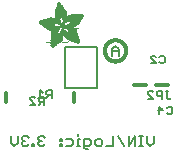
<source format=gbr>
G04 EAGLE Gerber RS-274X export*
G75*
%MOMM*%
%FSLAX34Y34*%
%LPD*%
%INSilkscreen Bottom*%
%IPPOS*%
%AMOC8*
5,1,8,0,0,1.08239X$1,22.5*%
G01*
%ADD10C,0.152400*%
%ADD11C,0.304800*%
%ADD12R,0.050800X0.006300*%
%ADD13R,0.082600X0.006400*%
%ADD14R,0.120600X0.006300*%
%ADD15R,0.139700X0.006400*%
%ADD16R,0.158800X0.006300*%
%ADD17R,0.177800X0.006400*%
%ADD18R,0.196800X0.006300*%
%ADD19R,0.215900X0.006400*%
%ADD20R,0.228600X0.006300*%
%ADD21R,0.241300X0.006400*%
%ADD22R,0.254000X0.006300*%
%ADD23R,0.266700X0.006400*%
%ADD24R,0.279400X0.006300*%
%ADD25R,0.285700X0.006400*%
%ADD26R,0.298400X0.006300*%
%ADD27R,0.311200X0.006400*%
%ADD28R,0.317500X0.006300*%
%ADD29R,0.330200X0.006400*%
%ADD30R,0.336600X0.006300*%
%ADD31R,0.349200X0.006400*%
%ADD32R,0.361900X0.006300*%
%ADD33R,0.368300X0.006400*%
%ADD34R,0.381000X0.006300*%
%ADD35R,0.387300X0.006400*%
%ADD36R,0.393700X0.006300*%
%ADD37R,0.406400X0.006400*%
%ADD38R,0.412700X0.006300*%
%ADD39R,0.419100X0.006400*%
%ADD40R,0.431800X0.006300*%
%ADD41R,0.438100X0.006400*%
%ADD42R,0.450800X0.006300*%
%ADD43R,0.457200X0.006400*%
%ADD44R,0.463500X0.006300*%
%ADD45R,0.476200X0.006400*%
%ADD46R,0.482600X0.006300*%
%ADD47R,0.488900X0.006400*%
%ADD48R,0.501600X0.006300*%
%ADD49R,0.508000X0.006400*%
%ADD50R,0.514300X0.006300*%
%ADD51R,0.527000X0.006400*%
%ADD52R,0.533400X0.006300*%
%ADD53R,0.546100X0.006400*%
%ADD54R,0.552400X0.006300*%
%ADD55R,0.558800X0.006400*%
%ADD56R,0.571500X0.006300*%
%ADD57R,0.577800X0.006400*%
%ADD58R,0.584200X0.006300*%
%ADD59R,0.596900X0.006400*%
%ADD60R,0.603200X0.006300*%
%ADD61R,0.609600X0.006400*%
%ADD62R,0.622300X0.006300*%
%ADD63R,0.628600X0.006400*%
%ADD64R,0.641300X0.006300*%
%ADD65R,0.647700X0.006400*%
%ADD66R,0.063500X0.006300*%
%ADD67R,0.654000X0.006300*%
%ADD68R,0.101600X0.006400*%
%ADD69R,0.666700X0.006400*%
%ADD70R,0.139700X0.006300*%
%ADD71R,0.673100X0.006300*%
%ADD72R,0.165100X0.006400*%
%ADD73R,0.679400X0.006400*%
%ADD74R,0.196900X0.006300*%
%ADD75R,0.692100X0.006300*%
%ADD76R,0.222200X0.006400*%
%ADD77R,0.698500X0.006400*%
%ADD78R,0.247700X0.006300*%
%ADD79R,0.704800X0.006300*%
%ADD80R,0.279400X0.006400*%
%ADD81R,0.717500X0.006400*%
%ADD82R,0.298500X0.006300*%
%ADD83R,0.723900X0.006300*%
%ADD84R,0.736600X0.006400*%
%ADD85R,0.342900X0.006300*%
%ADD86R,0.742900X0.006300*%
%ADD87R,0.374700X0.006400*%
%ADD88R,0.749300X0.006400*%
%ADD89R,0.762000X0.006300*%
%ADD90R,0.412700X0.006400*%
%ADD91R,0.768300X0.006400*%
%ADD92R,0.438100X0.006300*%
%ADD93R,0.774700X0.006300*%
%ADD94R,0.463600X0.006400*%
%ADD95R,0.787400X0.006400*%
%ADD96R,0.793700X0.006300*%
%ADD97R,0.495300X0.006400*%
%ADD98R,0.800100X0.006400*%
%ADD99R,0.520700X0.006300*%
%ADD100R,0.812800X0.006300*%
%ADD101R,0.533400X0.006400*%
%ADD102R,0.819100X0.006400*%
%ADD103R,0.558800X0.006300*%
%ADD104R,0.825500X0.006300*%
%ADD105R,0.577900X0.006400*%
%ADD106R,0.831800X0.006400*%
%ADD107R,0.596900X0.006300*%
%ADD108R,0.844500X0.006300*%
%ADD109R,0.616000X0.006400*%
%ADD110R,0.850900X0.006400*%
%ADD111R,0.635000X0.006300*%
%ADD112R,0.857200X0.006300*%
%ADD113R,0.654100X0.006400*%
%ADD114R,0.863600X0.006400*%
%ADD115R,0.666700X0.006300*%
%ADD116R,0.869900X0.006300*%
%ADD117R,0.685800X0.006400*%
%ADD118R,0.876300X0.006400*%
%ADD119R,0.882600X0.006300*%
%ADD120R,0.723900X0.006400*%
%ADD121R,0.889000X0.006400*%
%ADD122R,0.895300X0.006300*%
%ADD123R,0.755700X0.006400*%
%ADD124R,0.901700X0.006400*%
%ADD125R,0.908000X0.006300*%
%ADD126R,0.793800X0.006400*%
%ADD127R,0.914400X0.006400*%
%ADD128R,0.806400X0.006300*%
%ADD129R,0.920700X0.006300*%
%ADD130R,0.825500X0.006400*%
%ADD131R,0.927100X0.006400*%
%ADD132R,0.933400X0.006300*%
%ADD133R,0.857300X0.006400*%
%ADD134R,0.939800X0.006400*%
%ADD135R,0.870000X0.006300*%
%ADD136R,0.939800X0.006300*%
%ADD137R,0.946100X0.006400*%
%ADD138R,0.952500X0.006300*%
%ADD139R,0.908000X0.006400*%
%ADD140R,0.958800X0.006400*%
%ADD141R,0.965200X0.006300*%
%ADD142R,0.965200X0.006400*%
%ADD143R,0.971500X0.006300*%
%ADD144R,0.952500X0.006400*%
%ADD145R,0.977900X0.006400*%
%ADD146R,0.958800X0.006300*%
%ADD147R,0.984200X0.006300*%
%ADD148R,0.971500X0.006400*%
%ADD149R,0.984200X0.006400*%
%ADD150R,0.990600X0.006300*%
%ADD151R,0.984300X0.006400*%
%ADD152R,0.996900X0.006400*%
%ADD153R,0.997000X0.006300*%
%ADD154R,0.996900X0.006300*%
%ADD155R,1.003300X0.006400*%
%ADD156R,1.016000X0.006300*%
%ADD157R,1.009600X0.006300*%
%ADD158R,1.016000X0.006400*%
%ADD159R,1.009600X0.006400*%
%ADD160R,1.022300X0.006300*%
%ADD161R,1.028700X0.006400*%
%ADD162R,1.035100X0.006300*%
%ADD163R,1.047800X0.006400*%
%ADD164R,1.054100X0.006300*%
%ADD165R,1.028700X0.006300*%
%ADD166R,1.054100X0.006400*%
%ADD167R,1.035000X0.006400*%
%ADD168R,1.060400X0.006300*%
%ADD169R,1.035000X0.006300*%
%ADD170R,1.060500X0.006400*%
%ADD171R,1.041400X0.006400*%
%ADD172R,1.066800X0.006300*%
%ADD173R,1.041400X0.006300*%
%ADD174R,1.079500X0.006400*%
%ADD175R,1.047700X0.006400*%
%ADD176R,1.085900X0.006300*%
%ADD177R,1.047700X0.006300*%
%ADD178R,1.085800X0.006400*%
%ADD179R,1.092200X0.006300*%
%ADD180R,1.085900X0.006400*%
%ADD181R,1.098600X0.006300*%
%ADD182R,1.098600X0.006400*%
%ADD183R,1.060400X0.006400*%
%ADD184R,1.104900X0.006300*%
%ADD185R,1.104900X0.006400*%
%ADD186R,1.066800X0.006400*%
%ADD187R,1.111200X0.006300*%
%ADD188R,1.117600X0.006400*%
%ADD189R,1.117600X0.006300*%
%ADD190R,1.073100X0.006300*%
%ADD191R,1.073100X0.006400*%
%ADD192R,1.124000X0.006300*%
%ADD193R,1.079500X0.006300*%
%ADD194R,1.123900X0.006400*%
%ADD195R,1.130300X0.006300*%
%ADD196R,1.130300X0.006400*%
%ADD197R,1.136700X0.006400*%
%ADD198R,1.136700X0.006300*%
%ADD199R,1.085800X0.006300*%
%ADD200R,1.136600X0.006400*%
%ADD201R,1.136600X0.006300*%
%ADD202R,1.143000X0.006400*%
%ADD203R,1.143000X0.006300*%
%ADD204R,1.149400X0.006300*%
%ADD205R,1.149300X0.006300*%
%ADD206R,1.149300X0.006400*%
%ADD207R,1.149400X0.006400*%
%ADD208R,1.155700X0.006400*%
%ADD209R,1.155700X0.006300*%
%ADD210R,1.060500X0.006300*%
%ADD211R,2.197100X0.006400*%
%ADD212R,2.197100X0.006300*%
%ADD213R,2.184400X0.006300*%
%ADD214R,2.184400X0.006400*%
%ADD215R,2.171700X0.006400*%
%ADD216R,2.171700X0.006300*%
%ADD217R,1.530300X0.006400*%
%ADD218R,1.505000X0.006300*%
%ADD219R,1.492300X0.006400*%
%ADD220R,1.485900X0.006300*%
%ADD221R,0.565200X0.006300*%
%ADD222R,1.473200X0.006400*%
%ADD223R,0.565200X0.006400*%
%ADD224R,1.460500X0.006300*%
%ADD225R,1.454100X0.006400*%
%ADD226R,0.552400X0.006400*%
%ADD227R,1.441500X0.006300*%
%ADD228R,0.546100X0.006300*%
%ADD229R,1.435100X0.006400*%
%ADD230R,0.539800X0.006400*%
%ADD231R,1.428800X0.006300*%
%ADD232R,1.422400X0.006400*%
%ADD233R,1.409700X0.006300*%
%ADD234R,0.527100X0.006300*%
%ADD235R,1.403300X0.006400*%
%ADD236R,0.527100X0.006400*%
%ADD237R,1.390700X0.006300*%
%ADD238R,1.384300X0.006400*%
%ADD239R,0.520700X0.006400*%
%ADD240R,1.384300X0.006300*%
%ADD241R,0.514400X0.006300*%
%ADD242R,1.371600X0.006400*%
%ADD243R,1.365200X0.006300*%
%ADD244R,0.508000X0.006300*%
%ADD245R,1.352600X0.006400*%
%ADD246R,0.501700X0.006400*%
%ADD247R,0.711200X0.006300*%
%ADD248R,0.603300X0.006300*%
%ADD249R,0.501700X0.006300*%
%ADD250R,0.692100X0.006400*%
%ADD251R,0.571500X0.006400*%
%ADD252R,0.679400X0.006300*%
%ADD253R,0.495300X0.006300*%
%ADD254R,0.673100X0.006400*%
%ADD255R,0.666800X0.006300*%
%ADD256R,0.488900X0.006300*%
%ADD257R,0.660400X0.006400*%
%ADD258R,0.482600X0.006400*%
%ADD259R,0.476200X0.006300*%
%ADD260R,0.654000X0.006400*%
%ADD261R,0.469900X0.006400*%
%ADD262R,0.476300X0.006400*%
%ADD263R,0.647700X0.006300*%
%ADD264R,0.457200X0.006300*%
%ADD265R,0.469900X0.006300*%
%ADD266R,0.641300X0.006400*%
%ADD267R,0.444500X0.006400*%
%ADD268R,0.463600X0.006300*%
%ADD269R,0.635000X0.006400*%
%ADD270R,0.463500X0.006400*%
%ADD271R,0.393700X0.006400*%
%ADD272R,0.450800X0.006400*%
%ADD273R,0.628600X0.006300*%
%ADD274R,0.387400X0.006300*%
%ADD275R,0.450900X0.006300*%
%ADD276R,0.628700X0.006400*%
%ADD277R,0.374600X0.006400*%
%ADD278R,0.368300X0.006300*%
%ADD279R,0.438200X0.006300*%
%ADD280R,0.622300X0.006400*%
%ADD281R,0.355600X0.006400*%
%ADD282R,0.431800X0.006400*%
%ADD283R,0.349300X0.006300*%
%ADD284R,0.425400X0.006300*%
%ADD285R,0.615900X0.006300*%
%ADD286R,0.330200X0.006300*%
%ADD287R,0.419100X0.006300*%
%ADD288R,0.616000X0.006300*%
%ADD289R,0.311200X0.006300*%
%ADD290R,0.406400X0.006300*%
%ADD291R,0.615900X0.006400*%
%ADD292R,0.304800X0.006400*%
%ADD293R,0.158800X0.006400*%
%ADD294R,0.609600X0.006300*%
%ADD295R,0.292100X0.006300*%
%ADD296R,0.235000X0.006300*%
%ADD297R,0.387400X0.006400*%
%ADD298R,0.292100X0.006400*%
%ADD299R,0.336500X0.006300*%
%ADD300R,0.260400X0.006300*%
%ADD301R,0.603300X0.006400*%
%ADD302R,0.260400X0.006400*%
%ADD303R,0.362000X0.006400*%
%ADD304R,0.450900X0.006400*%
%ADD305R,0.355600X0.006300*%
%ADD306R,0.342900X0.006400*%
%ADD307R,0.514300X0.006400*%
%ADD308R,0.234900X0.006300*%
%ADD309R,0.539700X0.006300*%
%ADD310R,0.603200X0.006400*%
%ADD311R,0.234900X0.006400*%
%ADD312R,0.920700X0.006400*%
%ADD313R,0.958900X0.006400*%
%ADD314R,0.215900X0.006300*%
%ADD315R,0.209600X0.006400*%
%ADD316R,0.203200X0.006300*%
%ADD317R,1.003300X0.006300*%
%ADD318R,0.203200X0.006400*%
%ADD319R,0.196900X0.006400*%
%ADD320R,0.190500X0.006300*%
%ADD321R,0.190500X0.006400*%
%ADD322R,0.184200X0.006300*%
%ADD323R,0.590500X0.006400*%
%ADD324R,0.184200X0.006400*%
%ADD325R,0.590500X0.006300*%
%ADD326R,0.177800X0.006300*%
%ADD327R,0.584200X0.006400*%
%ADD328R,1.168400X0.006400*%
%ADD329R,0.171500X0.006300*%
%ADD330R,1.187500X0.006300*%
%ADD331R,1.200100X0.006400*%
%ADD332R,0.577800X0.006300*%
%ADD333R,1.212900X0.006300*%
%ADD334R,1.231900X0.006400*%
%ADD335R,1.250900X0.006300*%
%ADD336R,0.565100X0.006400*%
%ADD337R,0.184100X0.006400*%
%ADD338R,1.263700X0.006400*%
%ADD339R,0.565100X0.006300*%
%ADD340R,1.289100X0.006300*%
%ADD341R,1.314400X0.006400*%
%ADD342R,0.552500X0.006300*%
%ADD343R,1.568500X0.006300*%
%ADD344R,0.552500X0.006400*%
%ADD345R,1.581200X0.006400*%
%ADD346R,1.593800X0.006300*%
%ADD347R,1.606500X0.006400*%
%ADD348R,1.619300X0.006300*%
%ADD349R,0.514400X0.006400*%
%ADD350R,1.638300X0.006400*%
%ADD351R,1.657300X0.006300*%
%ADD352R,2.209800X0.006400*%
%ADD353R,2.425700X0.006300*%
%ADD354R,2.470100X0.006400*%
%ADD355R,2.501900X0.006300*%
%ADD356R,2.533700X0.006400*%
%ADD357R,2.559000X0.006300*%
%ADD358R,2.584500X0.006400*%
%ADD359R,2.609900X0.006300*%
%ADD360R,2.628900X0.006400*%
%ADD361R,2.660600X0.006300*%
%ADD362R,2.673400X0.006400*%
%ADD363R,1.422400X0.006300*%
%ADD364R,1.200200X0.006300*%
%ADD365R,1.365300X0.006300*%
%ADD366R,1.365300X0.006400*%
%ADD367R,1.352500X0.006300*%
%ADD368R,1.098500X0.006300*%
%ADD369R,1.358900X0.006400*%
%ADD370R,1.352600X0.006300*%
%ADD371R,1.358900X0.006300*%
%ADD372R,1.371600X0.006300*%
%ADD373R,1.377900X0.006400*%
%ADD374R,1.397000X0.006400*%
%ADD375R,1.403300X0.006300*%
%ADD376R,0.914400X0.006300*%
%ADD377R,0.876300X0.006300*%
%ADD378R,0.374600X0.006300*%
%ADD379R,1.073200X0.006400*%
%ADD380R,0.374700X0.006300*%
%ADD381R,0.844600X0.006400*%
%ADD382R,0.844600X0.006300*%
%ADD383R,0.831900X0.006400*%
%ADD384R,1.092200X0.006400*%
%ADD385R,0.400000X0.006300*%
%ADD386R,0.819200X0.006400*%
%ADD387R,1.111300X0.006400*%
%ADD388R,0.812800X0.006400*%
%ADD389R,0.800100X0.006300*%
%ADD390R,0.476300X0.006300*%
%ADD391R,1.181100X0.006300*%
%ADD392R,0.501600X0.006400*%
%ADD393R,1.193800X0.006400*%
%ADD394R,0.781000X0.006400*%
%ADD395R,1.238200X0.006400*%
%ADD396R,0.781100X0.006300*%
%ADD397R,1.257300X0.006300*%
%ADD398R,1.295400X0.006400*%
%ADD399R,1.333500X0.006300*%
%ADD400R,0.774700X0.006400*%
%ADD401R,1.866900X0.006400*%
%ADD402R,0.209600X0.006300*%
%ADD403R,1.866900X0.006300*%
%ADD404R,0.768400X0.006400*%
%ADD405R,0.209500X0.006400*%
%ADD406R,1.860600X0.006400*%
%ADD407R,0.762000X0.006400*%
%ADD408R,0.768400X0.006300*%
%ADD409R,1.860600X0.006300*%
%ADD410R,1.860500X0.006400*%
%ADD411R,0.222300X0.006300*%
%ADD412R,1.854200X0.006300*%
%ADD413R,0.235000X0.006400*%
%ADD414R,1.854200X0.006400*%
%ADD415R,0.768300X0.006300*%
%ADD416R,0.260300X0.006400*%
%ADD417R,1.847800X0.006400*%
%ADD418R,0.266700X0.006300*%
%ADD419R,1.847800X0.006300*%
%ADD420R,0.273100X0.006400*%
%ADD421R,1.841500X0.006400*%
%ADD422R,0.285800X0.006300*%
%ADD423R,1.841500X0.006300*%
%ADD424R,0.298500X0.006400*%
%ADD425R,1.835100X0.006400*%
%ADD426R,0.781000X0.006300*%
%ADD427R,0.304800X0.006300*%
%ADD428R,1.835100X0.006300*%
%ADD429R,0.317500X0.006400*%
%ADD430R,1.828800X0.006400*%
%ADD431R,0.787400X0.006300*%
%ADD432R,0.323800X0.006300*%
%ADD433R,1.828800X0.006300*%
%ADD434R,0.793700X0.006400*%
%ADD435R,1.822400X0.006400*%
%ADD436R,0.806500X0.006300*%
%ADD437R,1.822400X0.006300*%
%ADD438R,1.816100X0.006400*%
%ADD439R,0.819100X0.006300*%
%ADD440R,0.387300X0.006300*%
%ADD441R,1.816100X0.006300*%
%ADD442R,1.809800X0.006400*%
%ADD443R,1.803400X0.006300*%
%ADD444R,1.797000X0.006400*%
%ADD445R,0.901700X0.006300*%
%ADD446R,1.797000X0.006300*%
%ADD447R,1.441400X0.006400*%
%ADD448R,1.790700X0.006400*%
%ADD449R,1.447800X0.006300*%
%ADD450R,1.784300X0.006300*%
%ADD451R,1.447800X0.006400*%
%ADD452R,1.784300X0.006400*%
%ADD453R,1.454100X0.006300*%
%ADD454R,1.771700X0.006300*%
%ADD455R,1.460500X0.006400*%
%ADD456R,1.759000X0.006400*%
%ADD457R,1.466800X0.006300*%
%ADD458R,1.752600X0.006300*%
%ADD459R,1.466800X0.006400*%
%ADD460R,1.739900X0.006400*%
%ADD461R,1.473200X0.006300*%
%ADD462R,1.727200X0.006300*%
%ADD463R,1.479500X0.006400*%
%ADD464R,1.714500X0.006400*%
%ADD465R,1.695400X0.006300*%
%ADD466R,1.485900X0.006400*%
%ADD467R,1.682700X0.006400*%
%ADD468R,1.492200X0.006300*%
%ADD469R,1.663700X0.006300*%
%ADD470R,1.498600X0.006400*%
%ADD471R,1.644600X0.006400*%
%ADD472R,1.498600X0.006300*%
%ADD473R,1.619200X0.006300*%
%ADD474R,1.511300X0.006400*%
%ADD475R,1.600200X0.006400*%
%ADD476R,1.517700X0.006300*%
%ADD477R,1.574800X0.006300*%
%ADD478R,1.524000X0.006400*%
%ADD479R,1.555800X0.006400*%
%ADD480R,1.524000X0.006300*%
%ADD481R,1.536700X0.006300*%
%ADD482R,1.530400X0.006400*%
%ADD483R,1.517700X0.006400*%
%ADD484R,1.492300X0.006300*%
%ADD485R,1.549400X0.006400*%
%ADD486R,1.479600X0.006400*%
%ADD487R,1.549400X0.006300*%
%ADD488R,1.555700X0.006400*%
%ADD489R,1.562100X0.006300*%
%ADD490R,0.323900X0.006300*%
%ADD491R,1.568400X0.006400*%
%ADD492R,0.336600X0.006400*%
%ADD493R,1.587500X0.006300*%
%ADD494R,0.971600X0.006300*%
%ADD495R,0.349300X0.006400*%
%ADD496R,1.600200X0.006300*%
%ADD497R,0.920800X0.006300*%
%ADD498R,0.882700X0.006400*%
%ADD499R,1.612900X0.006300*%
%ADD500R,0.362000X0.006300*%
%ADD501R,1.625600X0.006400*%
%ADD502R,1.625600X0.006300*%
%ADD503R,1.644600X0.006300*%
%ADD504R,0.736600X0.006300*%
%ADD505R,0.717600X0.006400*%
%ADD506R,1.657400X0.006300*%
%ADD507R,0.679500X0.006300*%
%ADD508R,1.663700X0.006400*%
%ADD509R,0.400000X0.006400*%
%ADD510R,1.676400X0.006300*%
%ADD511R,1.676400X0.006400*%
%ADD512R,0.425500X0.006400*%
%ADD513R,1.352500X0.006400*%
%ADD514R,0.444500X0.006300*%
%ADD515R,0.361900X0.006400*%
%ADD516R,0.088900X0.006300*%
%ADD517R,1.009700X0.006300*%
%ADD518R,1.009700X0.006400*%
%ADD519R,1.022300X0.006400*%
%ADD520R,1.346200X0.006400*%
%ADD521R,1.346200X0.006300*%
%ADD522R,1.339900X0.006400*%
%ADD523R,1.035100X0.006400*%
%ADD524R,1.339800X0.006300*%
%ADD525R,1.333500X0.006400*%
%ADD526R,1.327200X0.006400*%
%ADD527R,1.320800X0.006300*%
%ADD528R,1.314500X0.006400*%
%ADD529R,1.314400X0.006300*%
%ADD530R,1.301700X0.006400*%
%ADD531R,1.295400X0.006300*%
%ADD532R,1.289000X0.006400*%
%ADD533R,1.276300X0.006300*%
%ADD534R,1.251000X0.006300*%
%ADD535R,1.244600X0.006400*%
%ADD536R,1.231900X0.006300*%
%ADD537R,1.212800X0.006400*%
%ADD538R,1.200100X0.006300*%
%ADD539R,1.187400X0.006400*%
%ADD540R,1.168400X0.006300*%
%ADD541R,1.047800X0.006300*%
%ADD542R,0.977900X0.006300*%
%ADD543R,0.946200X0.006400*%
%ADD544R,0.933400X0.006400*%
%ADD545R,0.895300X0.006400*%
%ADD546R,0.882700X0.006300*%
%ADD547R,0.863600X0.006300*%
%ADD548R,0.857200X0.006400*%
%ADD549R,0.850900X0.006300*%
%ADD550R,0.838200X0.006300*%
%ADD551R,0.806500X0.006400*%
%ADD552R,0.717600X0.006300*%
%ADD553R,0.711200X0.006400*%
%ADD554R,0.641400X0.006400*%
%ADD555R,0.641400X0.006300*%
%ADD556R,0.628700X0.006300*%
%ADD557R,0.590600X0.006300*%
%ADD558R,0.539700X0.006400*%
%ADD559R,0.285700X0.006300*%
%ADD560R,0.222200X0.006300*%
%ADD561R,0.171400X0.006300*%
%ADD562R,0.152400X0.006400*%
%ADD563R,0.133400X0.006300*%
%ADD564C,0.203200*%
%ADD565C,0.127000*%
%ADD566C,0.101600*%


D10*
X154316Y13215D02*
X154316Y7453D01*
X151435Y4572D01*
X148554Y7453D01*
X148554Y13215D01*
X144961Y4572D02*
X142080Y4572D01*
X143520Y4572D02*
X143520Y13215D01*
X142080Y13215D02*
X144961Y13215D01*
X138724Y13215D02*
X138724Y4572D01*
X132962Y4572D02*
X138724Y13215D01*
X132962Y13215D02*
X132962Y4572D01*
X129369Y4572D02*
X123607Y13215D01*
X120014Y13215D02*
X120014Y4572D01*
X114251Y4572D01*
X109218Y4572D02*
X106337Y4572D01*
X104896Y6013D01*
X104896Y8894D01*
X106337Y10334D01*
X109218Y10334D01*
X110658Y8894D01*
X110658Y6013D01*
X109218Y4572D01*
X98422Y1691D02*
X96982Y1691D01*
X95541Y3131D01*
X95541Y10334D01*
X99863Y10334D01*
X101303Y8894D01*
X101303Y6013D01*
X99863Y4572D01*
X95541Y4572D01*
X91948Y10334D02*
X90508Y10334D01*
X90508Y4572D01*
X91948Y4572D02*
X89067Y4572D01*
X90508Y13215D02*
X90508Y14656D01*
X84271Y10334D02*
X79949Y10334D01*
X84271Y10334D02*
X85711Y8894D01*
X85711Y6013D01*
X84271Y4572D01*
X79949Y4572D01*
X76356Y10334D02*
X74916Y10334D01*
X74916Y8894D01*
X76356Y8894D01*
X76356Y10334D01*
X76356Y6013D02*
X74916Y6013D01*
X74916Y4572D01*
X76356Y4572D01*
X76356Y6013D01*
X62323Y11775D02*
X60883Y13215D01*
X58002Y13215D01*
X56561Y11775D01*
X56561Y10334D01*
X58002Y8894D01*
X59442Y8894D01*
X58002Y8894D02*
X56561Y7453D01*
X56561Y6013D01*
X58002Y4572D01*
X60883Y4572D01*
X62323Y6013D01*
X52968Y6013D02*
X52968Y4572D01*
X52968Y6013D02*
X51528Y6013D01*
X51528Y4572D01*
X52968Y4572D01*
X48291Y11775D02*
X46850Y13215D01*
X43969Y13215D01*
X42528Y11775D01*
X42528Y10334D01*
X43969Y8894D01*
X45409Y8894D01*
X43969Y8894D02*
X42528Y7453D01*
X42528Y6013D01*
X43969Y4572D01*
X46850Y4572D01*
X48291Y6013D01*
X38935Y7453D02*
X38935Y13215D01*
X38935Y7453D02*
X36054Y4572D01*
X33173Y7453D01*
X33173Y13215D01*
D11*
X137160Y55880D02*
X147320Y55880D01*
D10*
X159025Y80057D02*
X160127Y81159D01*
X162330Y81159D01*
X163431Y80057D01*
X163431Y75651D01*
X162330Y74549D01*
X160127Y74549D01*
X159025Y75651D01*
X155947Y74549D02*
X151541Y74549D01*
X155947Y74549D02*
X151541Y78955D01*
X151541Y80057D01*
X152642Y81159D01*
X154846Y81159D01*
X155947Y80057D01*
D11*
X156210Y55880D02*
X166370Y55880D01*
D10*
X166477Y37979D02*
X165375Y36877D01*
X166477Y37979D02*
X168680Y37979D01*
X169781Y36877D01*
X169781Y32471D01*
X168680Y31369D01*
X166477Y31369D01*
X165375Y32471D01*
X158992Y31369D02*
X158992Y37979D01*
X162297Y34674D01*
X157891Y34674D01*
D12*
X68612Y87821D03*
D13*
X68580Y87884D03*
D14*
X68580Y87948D03*
D15*
X68612Y88011D03*
D16*
X68580Y88075D03*
D17*
X68612Y88138D03*
D18*
X68580Y88202D03*
D19*
X68612Y88265D03*
D20*
X68612Y88329D03*
D21*
X68676Y88392D03*
D22*
X68675Y88456D03*
D23*
X68739Y88519D03*
D24*
X68739Y88583D03*
D25*
X68771Y88646D03*
D26*
X68834Y88710D03*
D27*
X68834Y88773D03*
D28*
X68866Y88837D03*
D29*
X68929Y88900D03*
D30*
X68961Y88964D03*
D31*
X68961Y89027D03*
D32*
X69025Y89091D03*
D33*
X69057Y89154D03*
D34*
X69120Y89218D03*
D35*
X69152Y89281D03*
D36*
X69184Y89345D03*
D37*
X69247Y89408D03*
D38*
X69279Y89472D03*
D39*
X69311Y89535D03*
D40*
X69374Y89599D03*
D41*
X69406Y89662D03*
D42*
X69469Y89726D03*
D43*
X69501Y89789D03*
D44*
X69533Y89853D03*
D45*
X69596Y89916D03*
D46*
X69628Y89980D03*
D47*
X69660Y90043D03*
D48*
X69723Y90107D03*
D49*
X69755Y90170D03*
D50*
X69787Y90234D03*
D51*
X69850Y90297D03*
D52*
X69882Y90361D03*
D53*
X69946Y90424D03*
D54*
X69977Y90488D03*
D55*
X70009Y90551D03*
D56*
X70073Y90615D03*
D57*
X70104Y90678D03*
D58*
X70136Y90742D03*
D59*
X70200Y90805D03*
D60*
X70231Y90869D03*
D61*
X70263Y90932D03*
D62*
X70327Y90996D03*
D63*
X70358Y91059D03*
D64*
X70422Y91123D03*
D65*
X70454Y91186D03*
D66*
X90266Y91250D03*
D67*
X70485Y91250D03*
D68*
X90265Y91313D03*
D69*
X70549Y91313D03*
D70*
X90202Y91377D03*
D71*
X70581Y91377D03*
D72*
X90139Y91440D03*
D73*
X70612Y91440D03*
D74*
X90107Y91504D03*
D75*
X70676Y91504D03*
D76*
X90043Y91567D03*
D77*
X70708Y91567D03*
D78*
X89980Y91631D03*
D79*
X70739Y91631D03*
D80*
X89884Y91694D03*
D81*
X70803Y91694D03*
D82*
X89853Y91758D03*
D83*
X70835Y91758D03*
D29*
X89757Y91821D03*
D84*
X70898Y91821D03*
D85*
X89694Y91885D03*
D86*
X70930Y91885D03*
D87*
X89599Y91948D03*
D88*
X70962Y91948D03*
D36*
X89504Y92012D03*
D89*
X71025Y92012D03*
D90*
X89472Y92075D03*
D91*
X71057Y92075D03*
D92*
X89345Y92139D03*
D93*
X71089Y92139D03*
D94*
X89281Y92202D03*
D95*
X71152Y92202D03*
D46*
X89186Y92266D03*
D96*
X71184Y92266D03*
D97*
X89123Y92329D03*
D98*
X71216Y92329D03*
D99*
X88996Y92393D03*
D100*
X71279Y92393D03*
D101*
X88932Y92456D03*
D102*
X71311Y92456D03*
D103*
X88805Y92520D03*
D104*
X71343Y92520D03*
D105*
X88710Y92583D03*
D106*
X71374Y92583D03*
D107*
X88615Y92647D03*
D108*
X71438Y92647D03*
D109*
X88519Y92710D03*
D110*
X71470Y92710D03*
D111*
X88424Y92774D03*
D112*
X71501Y92774D03*
D113*
X88329Y92837D03*
D114*
X71533Y92837D03*
D115*
X88202Y92901D03*
D116*
X71565Y92901D03*
D117*
X88106Y92964D03*
D118*
X71597Y92964D03*
D79*
X88011Y93028D03*
D119*
X71628Y93028D03*
D120*
X87916Y93091D03*
D121*
X71660Y93091D03*
D86*
X87821Y93155D03*
D122*
X71692Y93155D03*
D123*
X87694Y93218D03*
D124*
X71724Y93218D03*
D93*
X87599Y93282D03*
D125*
X71755Y93282D03*
D126*
X87503Y93345D03*
D127*
X71787Y93345D03*
D128*
X87376Y93409D03*
D129*
X71819Y93409D03*
D130*
X87281Y93472D03*
D131*
X71851Y93472D03*
D108*
X87186Y93536D03*
D132*
X71882Y93536D03*
D133*
X87059Y93599D03*
D134*
X71914Y93599D03*
D135*
X86995Y93663D03*
D136*
X71914Y93663D03*
D121*
X86900Y93726D03*
D137*
X71946Y93726D03*
D122*
X86805Y93790D03*
D138*
X71978Y93790D03*
D139*
X86741Y93853D03*
D140*
X72009Y93853D03*
D129*
X86678Y93917D03*
D141*
X72041Y93917D03*
D131*
X86583Y93980D03*
D142*
X72041Y93980D03*
D136*
X86519Y94044D03*
D143*
X72073Y94044D03*
D144*
X86456Y94107D03*
D145*
X72105Y94107D03*
D146*
X86360Y94171D03*
D147*
X72136Y94171D03*
D148*
X86297Y94234D03*
D149*
X72136Y94234D03*
D147*
X86233Y94298D03*
D150*
X72168Y94298D03*
D151*
X86170Y94361D03*
D152*
X72200Y94361D03*
D153*
X86106Y94425D03*
D154*
X72200Y94425D03*
D155*
X86075Y94488D03*
X72232Y94488D03*
D156*
X86011Y94552D03*
D157*
X72263Y94552D03*
D158*
X85947Y94615D03*
D159*
X72263Y94615D03*
D160*
X85916Y94679D03*
D156*
X72295Y94679D03*
D161*
X85821Y94742D03*
D158*
X72295Y94742D03*
D162*
X85789Y94806D03*
D160*
X72327Y94806D03*
D163*
X85725Y94869D03*
D161*
X72359Y94869D03*
D164*
X85694Y94933D03*
D165*
X72359Y94933D03*
D166*
X85630Y94996D03*
D167*
X72390Y94996D03*
D168*
X85598Y95060D03*
D169*
X72390Y95060D03*
D170*
X85535Y95123D03*
D171*
X72422Y95123D03*
D172*
X85503Y95187D03*
D173*
X72422Y95187D03*
D174*
X85440Y95250D03*
D175*
X72454Y95250D03*
D176*
X85408Y95314D03*
D177*
X72454Y95314D03*
D178*
X85344Y95377D03*
D166*
X72486Y95377D03*
D179*
X85312Y95441D03*
D164*
X72486Y95441D03*
D180*
X85281Y95504D03*
D166*
X72486Y95504D03*
D181*
X85217Y95568D03*
D168*
X72517Y95568D03*
D182*
X85217Y95631D03*
D183*
X72517Y95631D03*
D184*
X85186Y95695D03*
D172*
X72549Y95695D03*
D185*
X85122Y95758D03*
D186*
X72549Y95758D03*
D187*
X85090Y95822D03*
D172*
X72549Y95822D03*
D188*
X85058Y95885D03*
D186*
X72549Y95885D03*
D189*
X84995Y95949D03*
D190*
X72581Y95949D03*
D188*
X84995Y96012D03*
D191*
X72581Y96012D03*
D192*
X84963Y96076D03*
D193*
X72613Y96076D03*
D194*
X84900Y96139D03*
D174*
X72613Y96139D03*
D195*
X84868Y96203D03*
D193*
X72613Y96203D03*
D196*
X84868Y96266D03*
D174*
X72613Y96266D03*
D195*
X84805Y96330D03*
D193*
X72613Y96330D03*
D197*
X84773Y96393D03*
D178*
X72644Y96393D03*
D198*
X84773Y96457D03*
D199*
X72644Y96457D03*
D200*
X84709Y96520D03*
D174*
X72676Y96520D03*
D201*
X84709Y96584D03*
D193*
X72676Y96584D03*
D202*
X84677Y96647D03*
D180*
X72708Y96647D03*
D203*
X84614Y96711D03*
D176*
X72708Y96711D03*
D202*
X84614Y96774D03*
D180*
X72708Y96774D03*
D204*
X84582Y96838D03*
D176*
X72708Y96838D03*
D202*
X84550Y96901D03*
D180*
X72708Y96901D03*
D205*
X84519Y96965D03*
D176*
X72708Y96965D03*
D206*
X84519Y97028D03*
D180*
X72708Y97028D03*
D204*
X84455Y97092D03*
D176*
X72708Y97092D03*
D207*
X84455Y97155D03*
D180*
X72708Y97155D03*
D204*
X84455Y97219D03*
D199*
X72771Y97219D03*
D206*
X84392Y97282D03*
D178*
X72771Y97282D03*
D205*
X84392Y97346D03*
D199*
X72771Y97346D03*
D208*
X84360Y97409D03*
D178*
X72771Y97409D03*
D204*
X84328Y97473D03*
D199*
X72771Y97473D03*
D207*
X84328Y97536D03*
D178*
X72771Y97536D03*
D209*
X84297Y97600D03*
D199*
X72771Y97600D03*
D206*
X84265Y97663D03*
D178*
X72771Y97663D03*
D205*
X84265Y97727D03*
D193*
X72803Y97727D03*
D208*
X84233Y97790D03*
D174*
X72803Y97790D03*
D204*
X84201Y97854D03*
D193*
X72803Y97854D03*
D207*
X84201Y97917D03*
D174*
X72803Y97917D03*
D204*
X84201Y97981D03*
D193*
X72803Y97981D03*
D206*
X84138Y98044D03*
D191*
X72835Y98044D03*
D205*
X84138Y98108D03*
D190*
X72835Y98108D03*
D206*
X84138Y98171D03*
D186*
X72803Y98171D03*
D204*
X84074Y98235D03*
D172*
X72803Y98235D03*
D207*
X84074Y98298D03*
D186*
X72803Y98298D03*
D204*
X84074Y98362D03*
D210*
X72835Y98362D03*
D202*
X84042Y98425D03*
D170*
X72835Y98425D03*
D205*
X84011Y98489D03*
D210*
X72835Y98489D03*
D206*
X84011Y98552D03*
D166*
X72867Y98552D03*
D203*
X83979Y98616D03*
D164*
X72867Y98616D03*
D207*
X83947Y98679D03*
D166*
X72867Y98679D03*
D204*
X83947Y98743D03*
D164*
X72867Y98743D03*
D211*
X78645Y98806D03*
D212*
X78645Y98870D03*
D211*
X78645Y98933D03*
D213*
X78645Y98997D03*
D214*
X78645Y99060D03*
D213*
X78645Y99124D03*
D215*
X78645Y99187D03*
D216*
X78645Y99251D03*
D217*
X81852Y99314D03*
D59*
X70835Y99314D03*
D218*
X81915Y99378D03*
D58*
X70771Y99378D03*
D219*
X81979Y99441D03*
D57*
X70739Y99441D03*
D220*
X82011Y99505D03*
D221*
X70739Y99505D03*
D222*
X82074Y99568D03*
D223*
X70739Y99568D03*
D224*
X82074Y99632D03*
D54*
X70739Y99632D03*
D225*
X82106Y99695D03*
D226*
X70739Y99695D03*
D227*
X82106Y99759D03*
D228*
X70771Y99759D03*
D229*
X82138Y99822D03*
D230*
X70739Y99822D03*
D231*
X82169Y99886D03*
D52*
X70771Y99886D03*
D232*
X82201Y99949D03*
D101*
X70771Y99949D03*
D233*
X82201Y100013D03*
D234*
X70803Y100013D03*
D235*
X82233Y100076D03*
D236*
X70803Y100076D03*
D237*
X82233Y100140D03*
D99*
X70835Y100140D03*
D238*
X82265Y100203D03*
D239*
X70835Y100203D03*
D240*
X82265Y100267D03*
D241*
X70866Y100267D03*
D242*
X82264Y100330D03*
D49*
X70898Y100330D03*
D243*
X82296Y100394D03*
D244*
X70898Y100394D03*
D245*
X82296Y100457D03*
D246*
X70930Y100457D03*
D247*
X85503Y100521D03*
D248*
X78550Y100521D03*
D249*
X70930Y100521D03*
D250*
X85535Y100584D03*
D251*
X78455Y100584D03*
D97*
X70962Y100584D03*
D252*
X85598Y100648D03*
D228*
X78391Y100648D03*
D253*
X71025Y100648D03*
D254*
X85567Y100711D03*
D101*
X78327Y100711D03*
D47*
X71057Y100711D03*
D255*
X85598Y100775D03*
D50*
X78296Y100775D03*
D256*
X71057Y100775D03*
D257*
X85630Y100838D03*
D97*
X78264Y100838D03*
D258*
X71088Y100838D03*
D67*
X85598Y100902D03*
D46*
X78200Y100902D03*
D259*
X71120Y100902D03*
D260*
X85598Y100965D03*
D261*
X78201Y100965D03*
D262*
X71184Y100965D03*
D263*
X85567Y101029D03*
D264*
X78137Y101029D03*
D265*
X71216Y101029D03*
D266*
X85535Y101092D03*
D267*
X78137Y101092D03*
D261*
X71216Y101092D03*
D64*
X85535Y101156D03*
D40*
X78073Y101156D03*
D268*
X71247Y101156D03*
D269*
X85503Y101219D03*
D39*
X78074Y101219D03*
D270*
X71311Y101219D03*
D111*
X85503Y101283D03*
D38*
X78042Y101283D03*
D264*
X71342Y101283D03*
D63*
X85471Y101346D03*
D271*
X78010Y101346D03*
D272*
X71374Y101346D03*
D273*
X85471Y101410D03*
D274*
X77978Y101410D03*
D275*
X71438Y101410D03*
D276*
X85408Y101473D03*
D277*
X77978Y101473D03*
D267*
X71470Y101473D03*
D62*
X85376Y101537D03*
D278*
X77947Y101537D03*
D279*
X71501Y101537D03*
D280*
X85376Y101600D03*
D281*
X77946Y101600D03*
D282*
X71596Y101600D03*
D62*
X85313Y101664D03*
D283*
X77915Y101664D03*
D284*
X71628Y101664D03*
D280*
X85313Y101727D03*
D29*
X77883Y101727D03*
D39*
X71660Y101727D03*
D285*
X85281Y101791D03*
D286*
X77883Y101791D03*
D287*
X71724Y101791D03*
D109*
X85217Y101854D03*
D27*
X77851Y101854D03*
D37*
X71787Y101854D03*
D288*
X85217Y101918D03*
D289*
X77851Y101918D03*
D290*
X71850Y101918D03*
D291*
X85154Y101981D03*
D292*
X77819Y101981D03*
D271*
X71914Y101981D03*
D293*
X67945Y101981D03*
D294*
X85122Y102045D03*
D295*
X77820Y102045D03*
D36*
X71978Y102045D03*
D296*
X67945Y102045D03*
D109*
X85090Y102108D03*
D25*
X77788Y102108D03*
D297*
X72009Y102108D03*
D298*
X67914Y102108D03*
D285*
X85027Y102172D03*
D24*
X77756Y102172D03*
D34*
X72104Y102172D03*
D299*
X67882Y102172D03*
D61*
X84995Y102235D03*
D23*
X77756Y102235D03*
D277*
X72136Y102235D03*
D87*
X67882Y102235D03*
D294*
X84931Y102299D03*
D300*
X77724Y102299D03*
D278*
X72232Y102299D03*
D38*
X67882Y102299D03*
D301*
X84900Y102362D03*
D302*
X77724Y102362D03*
D303*
X72263Y102362D03*
D304*
X67882Y102362D03*
D294*
X84868Y102426D03*
D22*
X77692Y102426D03*
D305*
X72358Y102426D03*
D46*
X67913Y102426D03*
D61*
X84804Y102489D03*
D21*
X77693Y102489D03*
D306*
X72422Y102489D03*
D307*
X67882Y102489D03*
D248*
X84773Y102553D03*
D308*
X77661Y102553D03*
D85*
X72486Y102553D03*
D309*
X67882Y102553D03*
D310*
X84709Y102616D03*
D311*
X77661Y102616D03*
D312*
X69660Y102616D03*
D248*
X84646Y102680D03*
D20*
X77629Y102680D03*
D132*
X69596Y102680D03*
D310*
X84582Y102743D03*
D19*
X77629Y102743D03*
D313*
X69533Y102743D03*
D107*
X84551Y102807D03*
D314*
X77629Y102807D03*
D141*
X69501Y102807D03*
D59*
X84487Y102870D03*
D315*
X77597Y102870D03*
D149*
X69469Y102870D03*
D107*
X84424Y102934D03*
D316*
X77565Y102934D03*
D317*
X69438Y102934D03*
D59*
X84360Y102997D03*
D318*
X77565Y102997D03*
D158*
X69374Y102997D03*
D107*
X84297Y103061D03*
D74*
X77534Y103061D03*
D169*
X69342Y103061D03*
D59*
X84233Y103124D03*
D319*
X77534Y103124D03*
D163*
X69342Y103124D03*
D107*
X84170Y103188D03*
D320*
X77502Y103188D03*
D172*
X69310Y103188D03*
D59*
X84106Y103251D03*
D321*
X77502Y103251D03*
D191*
X69279Y103251D03*
D107*
X84043Y103315D03*
D322*
X77470Y103315D03*
D179*
X69247Y103315D03*
D323*
X84011Y103378D03*
D324*
X77470Y103378D03*
D185*
X69247Y103378D03*
D325*
X83884Y103442D03*
D326*
X77438Y103442D03*
D192*
X69215Y103442D03*
D327*
X83852Y103505D03*
D17*
X77438Y103505D03*
D200*
X69215Y103505D03*
D325*
X83757Y103569D03*
D326*
X77438Y103569D03*
D209*
X69184Y103569D03*
D327*
X83661Y103632D03*
D17*
X77438Y103632D03*
D328*
X69183Y103632D03*
D58*
X83598Y103696D03*
D329*
X77407Y103696D03*
D330*
X69152Y103696D03*
D105*
X83503Y103759D03*
D17*
X77375Y103759D03*
D331*
X69152Y103759D03*
D332*
X83439Y103823D03*
D326*
X77375Y103823D03*
D333*
X69152Y103823D03*
D57*
X83312Y103886D03*
D324*
X77343Y103886D03*
D334*
X69120Y103886D03*
D56*
X83217Y103950D03*
D322*
X77343Y103950D03*
D335*
X69152Y103950D03*
D336*
X83122Y104013D03*
D337*
X77280Y104013D03*
D338*
X69152Y104013D03*
D339*
X82995Y104077D03*
D74*
X77280Y104077D03*
D340*
X69152Y104077D03*
D55*
X82899Y104140D03*
D315*
X77216Y104140D03*
D341*
X69215Y104140D03*
D342*
X82741Y104204D03*
D343*
X70422Y104204D03*
D344*
X82614Y104267D03*
D345*
X70358Y104267D03*
D52*
X82455Y104331D03*
D346*
X70358Y104331D03*
D101*
X82264Y104394D03*
D347*
X70295Y104394D03*
D99*
X82138Y104458D03*
D348*
X70295Y104458D03*
D349*
X81915Y104521D03*
D350*
X70263Y104521D03*
D99*
X81693Y104585D03*
D351*
X70295Y104585D03*
D352*
X72993Y104648D03*
D353*
X73946Y104712D03*
D354*
X74105Y104775D03*
D355*
X74200Y104839D03*
D356*
X74232Y104902D03*
D357*
X74295Y104966D03*
D358*
X74359Y105029D03*
D359*
X74359Y105093D03*
D360*
X74391Y105156D03*
D361*
X74422Y105220D03*
D362*
X74422Y105283D03*
D363*
X80867Y105347D03*
D364*
X66929Y105347D03*
D238*
X81122Y105410D03*
D208*
X66644Y105410D03*
D365*
X81344Y105474D03*
D192*
X66421Y105474D03*
D366*
X81471Y105537D03*
D188*
X66262Y105537D03*
D367*
X81598Y105601D03*
D368*
X66104Y105601D03*
D369*
X81693Y105664D03*
D180*
X65977Y105664D03*
D370*
X81788Y105728D03*
D193*
X65818Y105728D03*
D369*
X81884Y105791D03*
D186*
X65691Y105791D03*
D371*
X81947Y105855D03*
D210*
X65596Y105855D03*
D242*
X82010Y105918D03*
D170*
X65469Y105918D03*
D372*
X82074Y105982D03*
D164*
X65374Y105982D03*
D373*
X82106Y106045D03*
D183*
X65278Y106045D03*
D240*
X82138Y106109D03*
D164*
X65183Y106109D03*
D374*
X82201Y106172D03*
D170*
X65088Y106172D03*
D375*
X82233Y106236D03*
D164*
X64993Y106236D03*
D134*
X84614Y106299D03*
D37*
X77248Y106299D03*
D166*
X64929Y106299D03*
D376*
X84804Y106363D03*
D36*
X77121Y106363D03*
D210*
X64834Y106363D03*
D121*
X84995Y106426D03*
D87*
X77026Y106426D03*
D183*
X64770Y106426D03*
D377*
X85122Y106490D03*
D378*
X76962Y106490D03*
D190*
X64707Y106490D03*
D114*
X85249Y106553D03*
D33*
X76931Y106553D03*
D379*
X64643Y106553D03*
D112*
X85344Y106617D03*
D380*
X76899Y106617D03*
D190*
X64580Y106617D03*
D381*
X85471Y106680D03*
D277*
X76835Y106680D03*
D178*
X64516Y106680D03*
D382*
X85598Y106744D03*
D34*
X76803Y106744D03*
D179*
X64484Y106744D03*
D383*
X85662Y106807D03*
D35*
X76772Y106807D03*
D384*
X64421Y106807D03*
D104*
X85757Y106871D03*
D385*
X76708Y106871D03*
D184*
X64358Y106871D03*
D386*
X85852Y106934D03*
D37*
X76676Y106934D03*
D387*
X64326Y106934D03*
D100*
X85947Y106998D03*
D287*
X76613Y106998D03*
D195*
X64294Y106998D03*
D388*
X86011Y107061D03*
D282*
X76549Y107061D03*
D200*
X64262Y107061D03*
D128*
X86106Y107125D03*
D92*
X76518Y107125D03*
D204*
X64262Y107125D03*
D98*
X86202Y107188D03*
D94*
X76454Y107188D03*
D328*
X64230Y107188D03*
D389*
X86265Y107252D03*
D390*
X76391Y107252D03*
D391*
X64231Y107252D03*
D126*
X86360Y107315D03*
D392*
X76327Y107315D03*
D393*
X64230Y107315D03*
D96*
X86424Y107379D03*
D50*
X76264Y107379D03*
D333*
X64199Y107379D03*
D394*
X86487Y107442D03*
D53*
X76169Y107442D03*
D395*
X64262Y107442D03*
D396*
X86551Y107506D03*
D332*
X76073Y107506D03*
D397*
X64294Y107506D03*
D394*
X86614Y107569D03*
D109*
X75946Y107569D03*
D398*
X64357Y107569D03*
D396*
X86678Y107633D03*
D20*
X77883Y107633D03*
D284*
X74549Y107633D03*
D399*
X64485Y107633D03*
D400*
X86710Y107696D03*
D19*
X78010Y107696D03*
D401*
X67088Y107696D03*
D93*
X86773Y107760D03*
D402*
X78105Y107760D03*
D403*
X67025Y107760D03*
D404*
X86868Y107823D03*
D405*
X78169Y107823D03*
D406*
X66929Y107823D03*
D93*
X86900Y107887D03*
D402*
X78232Y107887D03*
D403*
X66898Y107887D03*
D407*
X86963Y107950D03*
D19*
X78264Y107950D03*
D406*
X66802Y107950D03*
D408*
X86995Y108014D03*
D314*
X78328Y108014D03*
D409*
X66802Y108014D03*
D91*
X87059Y108077D03*
D76*
X78359Y108077D03*
D410*
X66739Y108077D03*
D408*
X87122Y108141D03*
D411*
X78423Y108141D03*
D412*
X66707Y108141D03*
D407*
X87154Y108204D03*
D413*
X78486Y108204D03*
D414*
X66643Y108204D03*
D415*
X87186Y108268D03*
D308*
X78550Y108268D03*
D412*
X66643Y108268D03*
D404*
X87249Y108331D03*
D21*
X78582Y108331D03*
D414*
X66580Y108331D03*
D89*
X87281Y108395D03*
D22*
X78645Y108395D03*
D412*
X66580Y108395D03*
D91*
X87313Y108458D03*
D416*
X78677Y108458D03*
D417*
X66548Y108458D03*
D408*
X87376Y108522D03*
D418*
X78772Y108522D03*
D419*
X66548Y108522D03*
D400*
X87408Y108585D03*
D420*
X78804Y108585D03*
D421*
X66517Y108585D03*
D93*
X87408Y108649D03*
D422*
X78867Y108649D03*
D423*
X66517Y108649D03*
D400*
X87472Y108712D03*
D424*
X78931Y108712D03*
D425*
X66485Y108712D03*
D426*
X87503Y108776D03*
D427*
X79026Y108776D03*
D428*
X66485Y108776D03*
D95*
X87535Y108839D03*
D429*
X79090Y108839D03*
D430*
X66453Y108839D03*
D431*
X87535Y108903D03*
D432*
X79121Y108903D03*
D433*
X66453Y108903D03*
D434*
X87567Y108966D03*
D306*
X79217Y108966D03*
D435*
X66421Y108966D03*
D436*
X87567Y109030D03*
D305*
X79280Y109030D03*
D437*
X66421Y109030D03*
D388*
X87598Y109093D03*
D277*
X79375Y109093D03*
D438*
X66453Y109093D03*
D439*
X87567Y109157D03*
D440*
X79439Y109157D03*
D441*
X66453Y109157D03*
D383*
X87567Y109220D03*
D37*
X79534Y109220D03*
D442*
X66421Y109220D03*
D108*
X87567Y109284D03*
D284*
X79629Y109284D03*
D443*
X66453Y109284D03*
D114*
X87471Y109347D03*
D43*
X79788Y109347D03*
D444*
X66421Y109347D03*
D445*
X87345Y109411D03*
D48*
X80010Y109411D03*
D446*
X66421Y109411D03*
D447*
X84709Y109474D03*
D448*
X66453Y109474D03*
D449*
X84741Y109538D03*
D450*
X66485Y109538D03*
D451*
X84741Y109601D03*
D452*
X66485Y109601D03*
D453*
X84773Y109665D03*
D454*
X66485Y109665D03*
D455*
X84805Y109728D03*
D456*
X66548Y109728D03*
D457*
X84836Y109792D03*
D458*
X66580Y109792D03*
D459*
X84836Y109855D03*
D460*
X66644Y109855D03*
D461*
X84868Y109919D03*
D462*
X66643Y109919D03*
D463*
X84900Y109982D03*
D464*
X66707Y109982D03*
D220*
X84932Y110046D03*
D465*
X66802Y110046D03*
D466*
X84932Y110109D03*
D467*
X66866Y110109D03*
D468*
X84963Y110173D03*
D469*
X66961Y110173D03*
D470*
X84995Y110236D03*
D471*
X67056Y110236D03*
D472*
X84995Y110300D03*
D473*
X67183Y110300D03*
D474*
X84995Y110363D03*
D475*
X67215Y110363D03*
D476*
X85027Y110427D03*
D477*
X67342Y110427D03*
D478*
X85058Y110490D03*
D479*
X67437Y110490D03*
D480*
X85058Y110554D03*
D481*
X67533Y110554D03*
D482*
X85090Y110617D03*
D483*
X67628Y110617D03*
D481*
X85122Y110681D03*
D484*
X67755Y110681D03*
D485*
X85122Y110744D03*
D486*
X67818Y110744D03*
D487*
X85122Y110808D03*
D289*
X73660Y110808D03*
D203*
X66326Y110808D03*
D488*
X85154Y110871D03*
D429*
X73629Y110871D03*
D185*
X66390Y110871D03*
D489*
X85186Y110935D03*
D490*
X73597Y110935D03*
D199*
X66421Y110935D03*
D491*
X85217Y110998D03*
D29*
X73565Y110998D03*
D166*
X66517Y110998D03*
D477*
X85185Y111062D03*
D286*
X73565Y111062D03*
D165*
X66580Y111062D03*
D345*
X85217Y111125D03*
D492*
X73533Y111125D03*
D152*
X66612Y111125D03*
D493*
X85249Y111189D03*
D85*
X73502Y111189D03*
D494*
X66675Y111189D03*
D475*
X85249Y111252D03*
D495*
X73470Y111252D03*
D134*
X66770Y111252D03*
D496*
X85249Y111316D03*
D305*
X73438Y111316D03*
D497*
X66802Y111316D03*
D347*
X85281Y111379D03*
D281*
X73438Y111379D03*
D498*
X66866Y111379D03*
D499*
X85313Y111443D03*
D500*
X73406Y111443D03*
D112*
X66929Y111443D03*
D501*
X85312Y111506D03*
D33*
X73375Y111506D03*
D383*
X66993Y111506D03*
D502*
X85312Y111570D03*
D380*
X73343Y111570D03*
D389*
X67025Y111570D03*
D350*
X85313Y111633D03*
D87*
X73343Y111633D03*
D400*
X67088Y111633D03*
D503*
X85344Y111697D03*
D34*
X73311Y111697D03*
D504*
X67151Y111697D03*
D471*
X85344Y111760D03*
D297*
X73279Y111760D03*
D505*
X67183Y111760D03*
D506*
X85344Y111824D03*
D385*
X73279Y111824D03*
D507*
X67247Y111824D03*
D508*
X85376Y111887D03*
D509*
X73279Y111887D03*
D65*
X67279Y111887D03*
D510*
X85376Y111951D03*
D290*
X73247Y111951D03*
D288*
X67310Y111951D03*
D511*
X85376Y112014D03*
D90*
X73216Y112014D03*
D323*
X67374Y112014D03*
D367*
X87059Y112078D03*
D286*
X78581Y112078D03*
D38*
X73216Y112078D03*
D228*
X67406Y112078D03*
D245*
X87122Y112141D03*
D492*
X78613Y112141D03*
D512*
X73216Y112141D03*
D239*
X67406Y112141D03*
D367*
X87186Y112205D03*
D85*
X78582Y112205D03*
D40*
X73184Y112205D03*
D259*
X67437Y112205D03*
D513*
X87186Y112268D03*
D31*
X78613Y112268D03*
D282*
X73184Y112268D03*
D267*
X67469Y112268D03*
D370*
X87249Y112332D03*
D305*
X78581Y112332D03*
D514*
X73184Y112332D03*
D290*
X67469Y112332D03*
D513*
X87313Y112395D03*
D515*
X78550Y112395D03*
D267*
X73184Y112395D03*
D495*
X67501Y112395D03*
D371*
X87345Y112459D03*
D278*
X78582Y112459D03*
D42*
X73152Y112459D03*
D295*
X67533Y112459D03*
D245*
X87376Y112522D03*
D87*
X78550Y112522D03*
D43*
X73184Y112522D03*
D315*
X67564Y112522D03*
D367*
X87440Y112586D03*
D34*
X78518Y112586D03*
D265*
X73184Y112586D03*
D516*
X67596Y112586D03*
D369*
X87472Y112649D03*
D271*
X78518Y112649D03*
D261*
X73184Y112649D03*
D370*
X87503Y112713D03*
D385*
X78486Y112713D03*
D46*
X73184Y112713D03*
D513*
X87567Y112776D03*
D37*
X78454Y112776D03*
D47*
X73216Y112776D03*
D371*
X87599Y112840D03*
D287*
X78455Y112840D03*
D253*
X73248Y112840D03*
D369*
X87662Y112903D03*
D282*
X78391Y112903D03*
D49*
X73247Y112903D03*
D367*
X87694Y112967D03*
D150*
X75660Y112967D03*
D369*
X87726Y113030D03*
D152*
X75629Y113030D03*
D371*
X87789Y113094D03*
D154*
X75629Y113094D03*
D513*
X87821Y113157D03*
D155*
X75661Y113157D03*
D370*
X87884Y113221D03*
D517*
X75629Y113221D03*
D369*
X87916Y113284D03*
D518*
X75629Y113284D03*
D371*
X87980Y113348D03*
D156*
X75660Y113348D03*
D245*
X88011Y113411D03*
D519*
X75629Y113411D03*
D367*
X88075Y113475D03*
D160*
X75629Y113475D03*
D520*
X88106Y113538D03*
D519*
X75629Y113538D03*
D521*
X88170Y113602D03*
D165*
X75661Y113602D03*
D522*
X88202Y113665D03*
D523*
X75629Y113665D03*
D524*
X88265Y113729D03*
D162*
X75629Y113729D03*
D525*
X88297Y113792D03*
D523*
X75629Y113792D03*
D399*
X88361Y113856D03*
D173*
X75660Y113856D03*
D526*
X88392Y113919D03*
D175*
X75629Y113919D03*
D527*
X88424Y113983D03*
D177*
X75629Y113983D03*
D528*
X88456Y114046D03*
D175*
X75629Y114046D03*
D529*
X88519Y114110D03*
D177*
X75629Y114110D03*
D530*
X88583Y114173D03*
D166*
X75661Y114173D03*
D531*
X88614Y114237D03*
D210*
X75629Y114237D03*
D532*
X88646Y114300D03*
D170*
X75629Y114300D03*
D533*
X88710Y114364D03*
D210*
X75629Y114364D03*
D338*
X88710Y114427D03*
D170*
X75629Y114427D03*
D534*
X88773Y114491D03*
D210*
X75629Y114491D03*
D535*
X88805Y114554D03*
D170*
X75629Y114554D03*
D536*
X88869Y114618D03*
D210*
X75629Y114618D03*
D537*
X88900Y114681D03*
D170*
X75629Y114681D03*
D538*
X88964Y114745D03*
D210*
X75629Y114745D03*
D539*
X89027Y114808D03*
D170*
X75629Y114808D03*
D540*
X89059Y114872D03*
D172*
X75597Y114872D03*
D206*
X89091Y114935D03*
D186*
X75597Y114935D03*
D195*
X89186Y114999D03*
D172*
X75597Y114999D03*
D387*
X89218Y115062D03*
D186*
X75597Y115062D03*
D199*
X89281Y115126D03*
D172*
X75597Y115126D03*
D186*
X89376Y115189D03*
X75597Y115189D03*
D173*
X89440Y115253D03*
D172*
X75597Y115253D03*
D159*
X89535Y115316D03*
D186*
X75597Y115316D03*
D143*
X89599Y115380D03*
D172*
X75597Y115380D03*
D131*
X89694Y115443D03*
D186*
X75597Y115443D03*
D377*
X89821Y115507D03*
D172*
X75597Y115507D03*
D434*
X89980Y115570D03*
D186*
X75597Y115570D03*
D172*
X75597Y115634D03*
D186*
X75597Y115697D03*
D164*
X75597Y115761D03*
D166*
X75597Y115824D03*
D164*
X75597Y115888D03*
D166*
X75597Y115951D03*
D164*
X75597Y116015D03*
D163*
X75565Y116078D03*
D541*
X75565Y116142D03*
D163*
X75565Y116205D03*
D541*
X75565Y116269D03*
D163*
X75565Y116332D03*
D173*
X75533Y116396D03*
D167*
X75565Y116459D03*
D169*
X75565Y116523D03*
D167*
X75565Y116586D03*
D165*
X75534Y116650D03*
D161*
X75534Y116713D03*
D165*
X75534Y116777D03*
D158*
X75533Y116840D03*
D156*
X75533Y116904D03*
D158*
X75533Y116967D03*
D517*
X75502Y117031D03*
D518*
X75502Y117094D03*
D317*
X75534Y117158D03*
D152*
X75502Y117221D03*
D154*
X75502Y117285D03*
D152*
X75502Y117348D03*
D150*
X75470Y117412D03*
D151*
X75502Y117475D03*
D542*
X75470Y117539D03*
D145*
X75470Y117602D03*
D143*
X75502Y117666D03*
D142*
X75470Y117729D03*
D141*
X75470Y117793D03*
D140*
X75438Y117856D03*
D138*
X75470Y117920D03*
D543*
X75438Y117983D03*
D136*
X75470Y118047D03*
D544*
X75438Y118110D03*
D132*
X75438Y118174D03*
D131*
X75407Y118237D03*
D497*
X75438Y118301D03*
D127*
X75406Y118364D03*
D376*
X75406Y118428D03*
D124*
X75407Y118491D03*
D445*
X75407Y118555D03*
D545*
X75375Y118618D03*
D546*
X75375Y118682D03*
D498*
X75375Y118745D03*
D377*
X75343Y118809D03*
D114*
X75343Y118872D03*
D547*
X75343Y118936D03*
D548*
X75311Y118999D03*
D549*
X75343Y119063D03*
D381*
X75311Y119126D03*
D550*
X75279Y119190D03*
D106*
X75311Y119253D03*
D104*
X75280Y119317D03*
D102*
X75248Y119380D03*
D436*
X75248Y119444D03*
D551*
X75248Y119507D03*
D389*
X75216Y119571D03*
D126*
X75184Y119634D03*
D426*
X75184Y119698D03*
D394*
X75184Y119761D03*
D408*
X75184Y119825D03*
D407*
X75152Y119888D03*
D89*
X75152Y119952D03*
D123*
X75121Y120015D03*
D86*
X75121Y120079D03*
D84*
X75089Y120142D03*
D504*
X75089Y120206D03*
D120*
X75089Y120269D03*
D552*
X75057Y120333D03*
D553*
X75025Y120396D03*
D79*
X75057Y120460D03*
D77*
X75026Y120523D03*
D75*
X74994Y120587D03*
D117*
X75025Y120650D03*
D507*
X74994Y120714D03*
D254*
X74962Y120777D03*
D115*
X74994Y120841D03*
D257*
X74962Y120904D03*
D67*
X74930Y120968D03*
D554*
X74930Y121031D03*
D555*
X74930Y121095D03*
D269*
X74898Y121158D03*
D556*
X74867Y121222D03*
D280*
X74899Y121285D03*
D285*
X74867Y121349D03*
D61*
X74835Y121412D03*
D107*
X74835Y121476D03*
D59*
X74835Y121539D03*
D557*
X74803Y121603D03*
D57*
X74803Y121666D03*
D56*
X74772Y121730D03*
D251*
X74772Y121793D03*
D103*
X74771Y121857D03*
D344*
X74740Y121920D03*
D342*
X74740Y121984D03*
D558*
X74740Y122047D03*
D52*
X74708Y122111D03*
D51*
X74676Y122174D03*
D99*
X74708Y122238D03*
D349*
X74676Y122301D03*
D244*
X74644Y122365D03*
D392*
X74676Y122428D03*
D253*
X74645Y122492D03*
D47*
X74613Y122555D03*
D390*
X74613Y122619D03*
D262*
X74613Y122682D03*
D265*
X74581Y122746D03*
D43*
X74581Y122809D03*
D42*
X74549Y122873D03*
D272*
X74549Y122936D03*
D514*
X74518Y123000D03*
D282*
X74517Y123063D03*
D40*
X74517Y123127D03*
D39*
X74518Y123190D03*
D38*
X74486Y123254D03*
D90*
X74486Y123317D03*
D290*
X74454Y123381D03*
D271*
X74454Y123444D03*
D274*
X74422Y123508D03*
D297*
X74422Y123571D03*
D378*
X74422Y123635D03*
D33*
X74391Y123698D03*
D278*
X74391Y123762D03*
D281*
X74390Y123825D03*
D283*
X74359Y123889D03*
D306*
X74327Y123952D03*
D299*
X74359Y124016D03*
D29*
X74327Y124079D03*
D432*
X74295Y124143D03*
D27*
X74295Y124206D03*
D289*
X74295Y124270D03*
D292*
X74263Y124333D03*
D295*
X74264Y124397D03*
D298*
X74264Y124460D03*
D559*
X74232Y124524D03*
D420*
X74232Y124587D03*
D418*
X74200Y124651D03*
D416*
X74232Y124714D03*
D22*
X74200Y124778D03*
D21*
X74200Y124841D03*
D296*
X74168Y124905D03*
D76*
X74168Y124968D03*
D560*
X74168Y125032D03*
D315*
X74168Y125095D03*
D18*
X74168Y125159D03*
D324*
X74168Y125222D03*
D561*
X74168Y125286D03*
D562*
X74136Y125349D03*
D563*
X74168Y125413D03*
D68*
X74200Y125476D03*
D66*
X74200Y125540D03*
D11*
X112940Y85090D02*
X112943Y85310D01*
X112951Y85531D01*
X112964Y85751D01*
X112983Y85970D01*
X113008Y86189D01*
X113037Y86408D01*
X113072Y86625D01*
X113113Y86842D01*
X113158Y87058D01*
X113209Y87272D01*
X113265Y87485D01*
X113327Y87697D01*
X113393Y87907D01*
X113465Y88115D01*
X113542Y88322D01*
X113624Y88526D01*
X113710Y88729D01*
X113802Y88929D01*
X113899Y89128D01*
X114000Y89323D01*
X114107Y89516D01*
X114218Y89707D01*
X114333Y89894D01*
X114453Y90079D01*
X114578Y90261D01*
X114707Y90439D01*
X114841Y90615D01*
X114978Y90787D01*
X115120Y90955D01*
X115266Y91121D01*
X115416Y91282D01*
X115570Y91440D01*
X115728Y91594D01*
X115889Y91744D01*
X116055Y91890D01*
X116223Y92032D01*
X116395Y92169D01*
X116571Y92303D01*
X116749Y92432D01*
X116931Y92557D01*
X117116Y92677D01*
X117303Y92792D01*
X117494Y92903D01*
X117687Y93010D01*
X117882Y93111D01*
X118081Y93208D01*
X118281Y93300D01*
X118484Y93386D01*
X118688Y93468D01*
X118895Y93545D01*
X119103Y93617D01*
X119313Y93683D01*
X119525Y93745D01*
X119738Y93801D01*
X119952Y93852D01*
X120168Y93897D01*
X120385Y93938D01*
X120602Y93973D01*
X120821Y94002D01*
X121040Y94027D01*
X121259Y94046D01*
X121479Y94059D01*
X121700Y94067D01*
X121920Y94070D01*
X122140Y94067D01*
X122361Y94059D01*
X122581Y94046D01*
X122800Y94027D01*
X123019Y94002D01*
X123238Y93973D01*
X123455Y93938D01*
X123672Y93897D01*
X123888Y93852D01*
X124102Y93801D01*
X124315Y93745D01*
X124527Y93683D01*
X124737Y93617D01*
X124945Y93545D01*
X125152Y93468D01*
X125356Y93386D01*
X125559Y93300D01*
X125759Y93208D01*
X125958Y93111D01*
X126153Y93010D01*
X126346Y92903D01*
X126537Y92792D01*
X126724Y92677D01*
X126909Y92557D01*
X127091Y92432D01*
X127269Y92303D01*
X127445Y92169D01*
X127617Y92032D01*
X127785Y91890D01*
X127951Y91744D01*
X128112Y91594D01*
X128270Y91440D01*
X128424Y91282D01*
X128574Y91121D01*
X128720Y90955D01*
X128862Y90787D01*
X128999Y90615D01*
X129133Y90439D01*
X129262Y90261D01*
X129387Y90079D01*
X129507Y89894D01*
X129622Y89707D01*
X129733Y89516D01*
X129840Y89323D01*
X129941Y89128D01*
X130038Y88929D01*
X130130Y88729D01*
X130216Y88526D01*
X130298Y88322D01*
X130375Y88115D01*
X130447Y87907D01*
X130513Y87697D01*
X130575Y87485D01*
X130631Y87272D01*
X130682Y87058D01*
X130727Y86842D01*
X130768Y86625D01*
X130803Y86408D01*
X130832Y86189D01*
X130857Y85970D01*
X130876Y85751D01*
X130889Y85531D01*
X130897Y85310D01*
X130900Y85090D01*
X130897Y84870D01*
X130889Y84649D01*
X130876Y84429D01*
X130857Y84210D01*
X130832Y83991D01*
X130803Y83772D01*
X130768Y83555D01*
X130727Y83338D01*
X130682Y83122D01*
X130631Y82908D01*
X130575Y82695D01*
X130513Y82483D01*
X130447Y82273D01*
X130375Y82065D01*
X130298Y81858D01*
X130216Y81654D01*
X130130Y81451D01*
X130038Y81251D01*
X129941Y81052D01*
X129840Y80857D01*
X129733Y80664D01*
X129622Y80473D01*
X129507Y80286D01*
X129387Y80101D01*
X129262Y79919D01*
X129133Y79741D01*
X128999Y79565D01*
X128862Y79393D01*
X128720Y79225D01*
X128574Y79059D01*
X128424Y78898D01*
X128270Y78740D01*
X128112Y78586D01*
X127951Y78436D01*
X127785Y78290D01*
X127617Y78148D01*
X127445Y78011D01*
X127269Y77877D01*
X127091Y77748D01*
X126909Y77623D01*
X126724Y77503D01*
X126537Y77388D01*
X126346Y77277D01*
X126153Y77170D01*
X125958Y77069D01*
X125759Y76972D01*
X125559Y76880D01*
X125356Y76794D01*
X125152Y76712D01*
X124945Y76635D01*
X124737Y76563D01*
X124527Y76497D01*
X124315Y76435D01*
X124102Y76379D01*
X123888Y76328D01*
X123672Y76283D01*
X123455Y76242D01*
X123238Y76207D01*
X123019Y76178D01*
X122800Y76153D01*
X122581Y76134D01*
X122361Y76121D01*
X122140Y76113D01*
X121920Y76110D01*
X121700Y76113D01*
X121479Y76121D01*
X121259Y76134D01*
X121040Y76153D01*
X120821Y76178D01*
X120602Y76207D01*
X120385Y76242D01*
X120168Y76283D01*
X119952Y76328D01*
X119738Y76379D01*
X119525Y76435D01*
X119313Y76497D01*
X119103Y76563D01*
X118895Y76635D01*
X118688Y76712D01*
X118484Y76794D01*
X118281Y76880D01*
X118081Y76972D01*
X117882Y77069D01*
X117687Y77170D01*
X117494Y77277D01*
X117303Y77388D01*
X117116Y77503D01*
X116931Y77623D01*
X116749Y77748D01*
X116571Y77877D01*
X116395Y78011D01*
X116223Y78148D01*
X116055Y78290D01*
X115889Y78436D01*
X115728Y78586D01*
X115570Y78740D01*
X115416Y78898D01*
X115266Y79059D01*
X115120Y79225D01*
X114978Y79393D01*
X114841Y79565D01*
X114707Y79741D01*
X114578Y79919D01*
X114453Y80101D01*
X114333Y80286D01*
X114218Y80473D01*
X114107Y80664D01*
X114000Y80857D01*
X113899Y81052D01*
X113802Y81251D01*
X113710Y81451D01*
X113624Y81654D01*
X113542Y81858D01*
X113465Y82065D01*
X113393Y82273D01*
X113327Y82483D01*
X113265Y82695D01*
X113209Y82908D01*
X113158Y83122D01*
X113113Y83338D01*
X113072Y83555D01*
X113037Y83772D01*
X113008Y83991D01*
X112983Y84210D01*
X112964Y84429D01*
X112951Y84649D01*
X112943Y84870D01*
X112940Y85090D01*
D564*
X124460Y86449D02*
X124460Y81026D01*
X124460Y86449D02*
X121748Y89161D01*
X119037Y86449D01*
X119037Y81026D01*
X119037Y85093D02*
X124460Y85093D01*
D565*
X105960Y53620D02*
X79460Y53620D01*
X105960Y53620D02*
X105960Y88620D01*
X79460Y88620D01*
X79460Y53620D01*
D566*
X86488Y92428D02*
X90386Y92428D01*
X88437Y92428D02*
X88437Y104122D01*
X90386Y104122D02*
X86488Y104122D01*
X76743Y104122D02*
X74794Y102173D01*
X76743Y104122D02*
X80641Y104122D01*
X82590Y102173D01*
X82590Y94377D01*
X80641Y92428D01*
X76743Y92428D01*
X74794Y94377D01*
X70896Y100224D02*
X66998Y104122D01*
X66998Y92428D01*
X70896Y92428D02*
X63100Y92428D01*
D10*
X167808Y44450D02*
X168910Y45552D01*
X167808Y44450D02*
X166707Y44450D01*
X165605Y45552D01*
X165605Y51060D01*
X164504Y51060D02*
X166707Y51060D01*
X161426Y51060D02*
X161426Y44450D01*
X161426Y51060D02*
X158121Y51060D01*
X157019Y49958D01*
X157019Y47755D01*
X158121Y46653D01*
X161426Y46653D01*
X153942Y44450D02*
X149535Y44450D01*
X149535Y48856D02*
X153942Y44450D01*
X149535Y48856D02*
X149535Y49958D01*
X150637Y51060D01*
X152840Y51060D01*
X153942Y49958D01*
D11*
X86360Y49720D02*
X86360Y41720D01*
D10*
X67818Y45212D02*
X67818Y51822D01*
X64513Y51822D01*
X63412Y50720D01*
X63412Y48517D01*
X64513Y47415D01*
X67818Y47415D01*
X65615Y47415D02*
X63412Y45212D01*
X60334Y49618D02*
X58131Y51822D01*
X58131Y45212D01*
X60334Y45212D02*
X55927Y45212D01*
D11*
X29210Y41720D02*
X29210Y49720D01*
D10*
X61196Y46234D02*
X61196Y39624D01*
X61196Y46234D02*
X57892Y46234D01*
X56790Y45132D01*
X56790Y42929D01*
X57892Y41827D01*
X61196Y41827D01*
X58993Y41827D02*
X56790Y39624D01*
X53712Y39624D02*
X49306Y39624D01*
X53712Y39624D02*
X49306Y44030D01*
X49306Y45132D01*
X50407Y46234D01*
X52611Y46234D01*
X53712Y45132D01*
M02*

</source>
